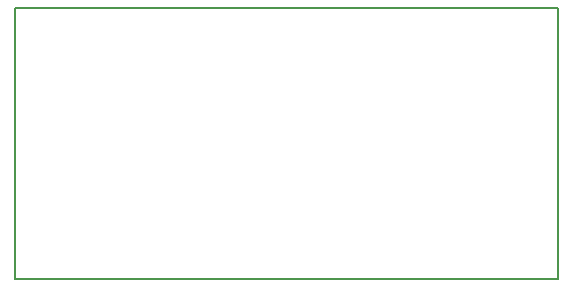
<source format=gm1>
G04 #@! TF.GenerationSoftware,KiCad,Pcbnew,5.0.0-rc2-unknown-r13164-44c1f578*
G04 #@! TF.CreationDate,2018-07-01T17:53:07+03:00*
G04 #@! TF.ProjectId,nixie-ps,6E697869652D70732E6B696361645F70,rev?*
G04 #@! TF.SameCoordinates,Original*
G04 #@! TF.FileFunction,Profile,NP*
%FSLAX46Y46*%
G04 Gerber Fmt 4.6, Leading zero omitted, Abs format (unit mm)*
G04 Created by KiCad (PCBNEW 5.0.0-rc2-unknown-r13164-44c1f578) date Sun Jul  1 17:53:07 2018*
%MOMM*%
%LPD*%
G01*
G04 APERTURE LIST*
%ADD10C,0.150000*%
G04 APERTURE END LIST*
D10*
X97000000Y-122000000D02*
X97000000Y-99000000D01*
X143000000Y-122000000D02*
X97000000Y-122000000D01*
X143000000Y-99000000D02*
X143000000Y-122000000D01*
X97000000Y-99000000D02*
X143000000Y-99000000D01*
M02*

</source>
